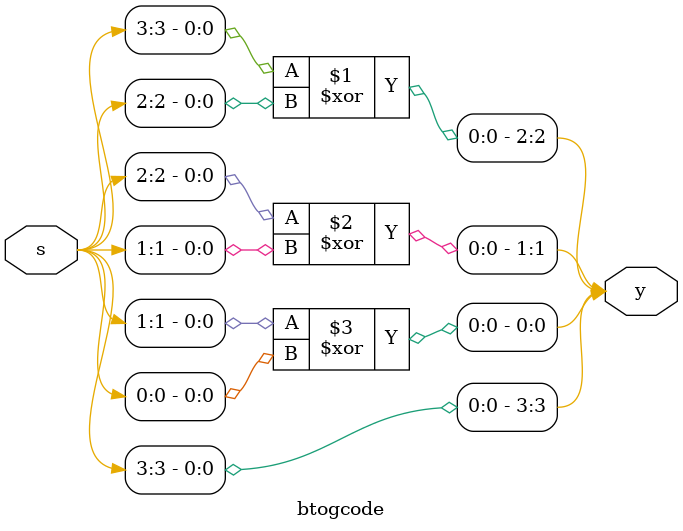
<source format=sv>
module btogcode (input logic [3:0]s, output logic [3:0]y);
	assign y[3] = s[3];
	assign y[2] = s[3]^s[2];
	assign y[1] = s[2]^s[1];
	assign y[0] = s[1]^s[0];
endmodule

</source>
